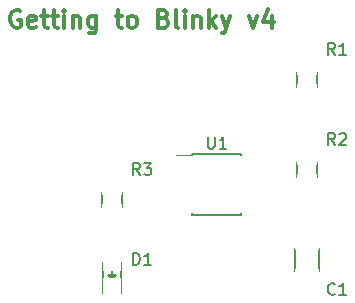
<source format=gto>
G04 #@! TF.FileFunction,Legend,Top*
%FSLAX46Y46*%
G04 Gerber Fmt 4.6, Leading zero omitted, Abs format (unit mm)*
G04 Created by KiCad (PCBNEW 4.0.3-stable) date Wednesday, October 19, 2016 'PMt' 12:35:23 PM*
%MOMM*%
%LPD*%
G01*
G04 APERTURE LIST*
%ADD10C,0.100000*%
%ADD11C,0.300000*%
%ADD12C,0.150000*%
%ADD13R,2.000000X2.400000*%
%ADD14R,1.598880X1.598880*%
%ADD15R,1.700000X1.900000*%
%ADD16R,1.950000X1.000000*%
G04 APERTURE END LIST*
D10*
D11*
X142114286Y-90690000D02*
X141971429Y-90618571D01*
X141757143Y-90618571D01*
X141542858Y-90690000D01*
X141400000Y-90832857D01*
X141328572Y-90975714D01*
X141257143Y-91261429D01*
X141257143Y-91475714D01*
X141328572Y-91761429D01*
X141400000Y-91904286D01*
X141542858Y-92047143D01*
X141757143Y-92118571D01*
X141900000Y-92118571D01*
X142114286Y-92047143D01*
X142185715Y-91975714D01*
X142185715Y-91475714D01*
X141900000Y-91475714D01*
X143400000Y-92047143D02*
X143257143Y-92118571D01*
X142971429Y-92118571D01*
X142828572Y-92047143D01*
X142757143Y-91904286D01*
X142757143Y-91332857D01*
X142828572Y-91190000D01*
X142971429Y-91118571D01*
X143257143Y-91118571D01*
X143400000Y-91190000D01*
X143471429Y-91332857D01*
X143471429Y-91475714D01*
X142757143Y-91618571D01*
X143900000Y-91118571D02*
X144471429Y-91118571D01*
X144114286Y-90618571D02*
X144114286Y-91904286D01*
X144185714Y-92047143D01*
X144328572Y-92118571D01*
X144471429Y-92118571D01*
X144757143Y-91118571D02*
X145328572Y-91118571D01*
X144971429Y-90618571D02*
X144971429Y-91904286D01*
X145042857Y-92047143D01*
X145185715Y-92118571D01*
X145328572Y-92118571D01*
X145828572Y-92118571D02*
X145828572Y-91118571D01*
X145828572Y-90618571D02*
X145757143Y-90690000D01*
X145828572Y-90761429D01*
X145900000Y-90690000D01*
X145828572Y-90618571D01*
X145828572Y-90761429D01*
X146542858Y-91118571D02*
X146542858Y-92118571D01*
X146542858Y-91261429D02*
X146614286Y-91190000D01*
X146757144Y-91118571D01*
X146971429Y-91118571D01*
X147114286Y-91190000D01*
X147185715Y-91332857D01*
X147185715Y-92118571D01*
X148542858Y-91118571D02*
X148542858Y-92332857D01*
X148471429Y-92475714D01*
X148400001Y-92547143D01*
X148257144Y-92618571D01*
X148042858Y-92618571D01*
X147900001Y-92547143D01*
X148542858Y-92047143D02*
X148400001Y-92118571D01*
X148114287Y-92118571D01*
X147971429Y-92047143D01*
X147900001Y-91975714D01*
X147828572Y-91832857D01*
X147828572Y-91404286D01*
X147900001Y-91261429D01*
X147971429Y-91190000D01*
X148114287Y-91118571D01*
X148400001Y-91118571D01*
X148542858Y-91190000D01*
X150185715Y-91118571D02*
X150757144Y-91118571D01*
X150400001Y-90618571D02*
X150400001Y-91904286D01*
X150471429Y-92047143D01*
X150614287Y-92118571D01*
X150757144Y-92118571D01*
X151471430Y-92118571D02*
X151328572Y-92047143D01*
X151257144Y-91975714D01*
X151185715Y-91832857D01*
X151185715Y-91404286D01*
X151257144Y-91261429D01*
X151328572Y-91190000D01*
X151471430Y-91118571D01*
X151685715Y-91118571D01*
X151828572Y-91190000D01*
X151900001Y-91261429D01*
X151971430Y-91404286D01*
X151971430Y-91832857D01*
X151900001Y-91975714D01*
X151828572Y-92047143D01*
X151685715Y-92118571D01*
X151471430Y-92118571D01*
X154257144Y-91332857D02*
X154471430Y-91404286D01*
X154542858Y-91475714D01*
X154614287Y-91618571D01*
X154614287Y-91832857D01*
X154542858Y-91975714D01*
X154471430Y-92047143D01*
X154328572Y-92118571D01*
X153757144Y-92118571D01*
X153757144Y-90618571D01*
X154257144Y-90618571D01*
X154400001Y-90690000D01*
X154471430Y-90761429D01*
X154542858Y-90904286D01*
X154542858Y-91047143D01*
X154471430Y-91190000D01*
X154400001Y-91261429D01*
X154257144Y-91332857D01*
X153757144Y-91332857D01*
X155471430Y-92118571D02*
X155328572Y-92047143D01*
X155257144Y-91904286D01*
X155257144Y-90618571D01*
X156042858Y-92118571D02*
X156042858Y-91118571D01*
X156042858Y-90618571D02*
X155971429Y-90690000D01*
X156042858Y-90761429D01*
X156114286Y-90690000D01*
X156042858Y-90618571D01*
X156042858Y-90761429D01*
X156757144Y-91118571D02*
X156757144Y-92118571D01*
X156757144Y-91261429D02*
X156828572Y-91190000D01*
X156971430Y-91118571D01*
X157185715Y-91118571D01*
X157328572Y-91190000D01*
X157400001Y-91332857D01*
X157400001Y-92118571D01*
X158114287Y-92118571D02*
X158114287Y-90618571D01*
X158257144Y-91547143D02*
X158685715Y-92118571D01*
X158685715Y-91118571D02*
X158114287Y-91690000D01*
X159185716Y-91118571D02*
X159542859Y-92118571D01*
X159900001Y-91118571D02*
X159542859Y-92118571D01*
X159400001Y-92475714D01*
X159328573Y-92547143D01*
X159185716Y-92618571D01*
X161471430Y-91118571D02*
X161828573Y-92118571D01*
X162185715Y-91118571D01*
X163400001Y-91118571D02*
X163400001Y-92118571D01*
X163042858Y-90547143D02*
X162685715Y-91618571D01*
X163614287Y-91618571D01*
D12*
X167395000Y-112760000D02*
X167395000Y-110760000D01*
X165345000Y-110760000D02*
X165345000Y-112760000D01*
X150610000Y-114630000D02*
X150610000Y-111930000D01*
X149110000Y-114630000D02*
X149110000Y-111930000D01*
X150010000Y-113130000D02*
X149760000Y-113130000D01*
X149760000Y-113130000D02*
X149910000Y-113280000D01*
X149510000Y-113380000D02*
X150210000Y-113380000D01*
X149860000Y-113030000D02*
X149860000Y-112680000D01*
X149860000Y-113380000D02*
X149510000Y-113030000D01*
X149510000Y-113030000D02*
X150210000Y-113030000D01*
X150210000Y-113030000D02*
X149860000Y-113380000D01*
X165495000Y-97120000D02*
X165495000Y-95920000D01*
X167245000Y-95920000D02*
X167245000Y-97120000D01*
X165495000Y-104740000D02*
X165495000Y-103540000D01*
X167245000Y-103540000D02*
X167245000Y-104740000D01*
X148985000Y-107280000D02*
X148985000Y-106080000D01*
X150735000Y-106080000D02*
X150735000Y-107280000D01*
X156675000Y-102835000D02*
X156675000Y-102980000D01*
X160825000Y-102835000D02*
X160825000Y-102980000D01*
X160825000Y-107985000D02*
X160825000Y-107840000D01*
X156675000Y-107985000D02*
X156675000Y-107840000D01*
X156675000Y-102835000D02*
X160825000Y-102835000D01*
X156675000Y-107985000D02*
X160825000Y-107985000D01*
X156675000Y-102980000D02*
X155275000Y-102980000D01*
X168743334Y-114657143D02*
X168695715Y-114704762D01*
X168552858Y-114752381D01*
X168457620Y-114752381D01*
X168314762Y-114704762D01*
X168219524Y-114609524D01*
X168171905Y-114514286D01*
X168124286Y-114323810D01*
X168124286Y-114180952D01*
X168171905Y-113990476D01*
X168219524Y-113895238D01*
X168314762Y-113800000D01*
X168457620Y-113752381D01*
X168552858Y-113752381D01*
X168695715Y-113800000D01*
X168743334Y-113847619D01*
X169695715Y-114752381D02*
X169124286Y-114752381D01*
X169410000Y-114752381D02*
X169410000Y-113752381D01*
X169314762Y-113895238D01*
X169219524Y-113990476D01*
X169124286Y-114038095D01*
X151661905Y-112212381D02*
X151661905Y-111212381D01*
X151900000Y-111212381D01*
X152042858Y-111260000D01*
X152138096Y-111355238D01*
X152185715Y-111450476D01*
X152233334Y-111640952D01*
X152233334Y-111783810D01*
X152185715Y-111974286D01*
X152138096Y-112069524D01*
X152042858Y-112164762D01*
X151900000Y-112212381D01*
X151661905Y-112212381D01*
X153185715Y-112212381D02*
X152614286Y-112212381D01*
X152900000Y-112212381D02*
X152900000Y-111212381D01*
X152804762Y-111355238D01*
X152709524Y-111450476D01*
X152614286Y-111498095D01*
X168743334Y-94432381D02*
X168410000Y-93956190D01*
X168171905Y-94432381D02*
X168171905Y-93432381D01*
X168552858Y-93432381D01*
X168648096Y-93480000D01*
X168695715Y-93527619D01*
X168743334Y-93622857D01*
X168743334Y-93765714D01*
X168695715Y-93860952D01*
X168648096Y-93908571D01*
X168552858Y-93956190D01*
X168171905Y-93956190D01*
X169695715Y-94432381D02*
X169124286Y-94432381D01*
X169410000Y-94432381D02*
X169410000Y-93432381D01*
X169314762Y-93575238D01*
X169219524Y-93670476D01*
X169124286Y-93718095D01*
X168743334Y-102052381D02*
X168410000Y-101576190D01*
X168171905Y-102052381D02*
X168171905Y-101052381D01*
X168552858Y-101052381D01*
X168648096Y-101100000D01*
X168695715Y-101147619D01*
X168743334Y-101242857D01*
X168743334Y-101385714D01*
X168695715Y-101480952D01*
X168648096Y-101528571D01*
X168552858Y-101576190D01*
X168171905Y-101576190D01*
X169124286Y-101147619D02*
X169171905Y-101100000D01*
X169267143Y-101052381D01*
X169505239Y-101052381D01*
X169600477Y-101100000D01*
X169648096Y-101147619D01*
X169695715Y-101242857D01*
X169695715Y-101338095D01*
X169648096Y-101480952D01*
X169076667Y-102052381D01*
X169695715Y-102052381D01*
X152233334Y-104592381D02*
X151900000Y-104116190D01*
X151661905Y-104592381D02*
X151661905Y-103592381D01*
X152042858Y-103592381D01*
X152138096Y-103640000D01*
X152185715Y-103687619D01*
X152233334Y-103782857D01*
X152233334Y-103925714D01*
X152185715Y-104020952D01*
X152138096Y-104068571D01*
X152042858Y-104116190D01*
X151661905Y-104116190D01*
X152566667Y-103592381D02*
X153185715Y-103592381D01*
X152852381Y-103973333D01*
X152995239Y-103973333D01*
X153090477Y-104020952D01*
X153138096Y-104068571D01*
X153185715Y-104163810D01*
X153185715Y-104401905D01*
X153138096Y-104497143D01*
X153090477Y-104544762D01*
X152995239Y-104592381D01*
X152709524Y-104592381D01*
X152614286Y-104544762D01*
X152566667Y-104497143D01*
X157988095Y-101362381D02*
X157988095Y-102171905D01*
X158035714Y-102267143D01*
X158083333Y-102314762D01*
X158178571Y-102362381D01*
X158369048Y-102362381D01*
X158464286Y-102314762D01*
X158511905Y-102267143D01*
X158559524Y-102171905D01*
X158559524Y-101362381D01*
X159559524Y-102362381D02*
X158988095Y-102362381D01*
X159273809Y-102362381D02*
X159273809Y-101362381D01*
X159178571Y-101505238D01*
X159083333Y-101600476D01*
X158988095Y-101648095D01*
%LPC*%
D13*
X166370000Y-109760000D03*
X166370000Y-113760000D03*
D14*
X149860000Y-111980980D03*
X149860000Y-114079020D03*
D15*
X166370000Y-95170000D03*
X166370000Y-97870000D03*
X166370000Y-102790000D03*
X166370000Y-105490000D03*
X149860000Y-105330000D03*
X149860000Y-108030000D03*
D16*
X156050000Y-103505000D03*
X156050000Y-104775000D03*
X156050000Y-106045000D03*
X156050000Y-107315000D03*
X161450000Y-107315000D03*
X161450000Y-106045000D03*
X161450000Y-104775000D03*
X161450000Y-103505000D03*
M02*

</source>
